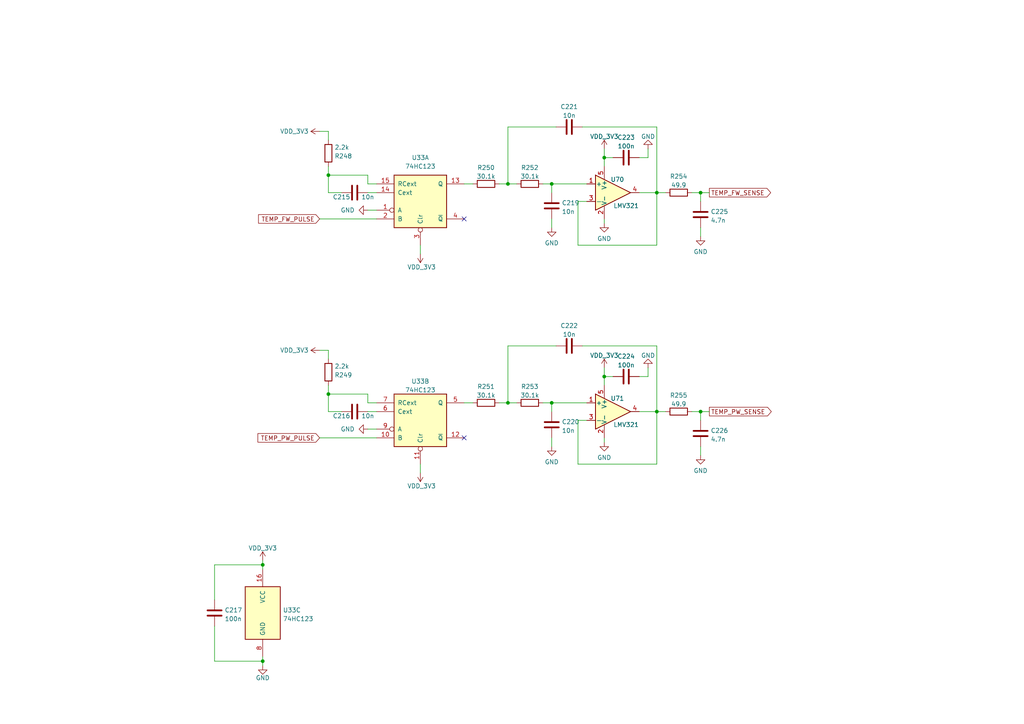
<source format=kicad_sch>
(kicad_sch (version 20231120) (generator "eeschema") (generator_version "8.0")
  (paper "A4")
  (lib_symbols
    (symbol "74xx:74HC123" (pin_names (offset 1.016))
      (property "Reference" "U" (at -7.62 8.89 0))
      (property "Value" "74HC123" (at -7.62 -8.89 0))
      (symbol "74HC123_1_0"
        (pin input inverted (at -12.7 -2.54 0) (length 5.08) (name "A") (number "1"))
        (pin output line (at 12.7 5.08 180) (length 5.08) (name "Q") (number "13"))
        (pin input line (at -12.7 2.54 0) (length 5.08) (name "Cext") (number "14"))
        (pin input line (at -12.7 5.08 0) (length 5.08) (name "RCext") (number "15"))
        (pin input line (at -12.7 -5.08 0) (length 5.08) (name "B") (number "2"))
        (pin input inverted (at 0 -12.7 90) (length 5.08) (name "Clr") (number "3"))
        (pin output line (at 12.7 -5.08 180) (length 5.08) (name "~{Q}") (number "4"))
      )
      (symbol "74HC123_1_1"
        (rectangle (start -7.62 7.62) (end 7.62 -7.62) (stroke (width 0.254)) (fill (type background)))
      )
      (symbol "74HC123_2_0"
        (pin input line (at -12.7 -5.08 0) (length 5.08) (name "B") (number "10"))
        (pin input inverted (at 0 -12.7 90) (length 5.08) (name "Clr") (number "11"))
        (pin output line (at 12.7 -5.08 180) (length 5.08) (name "~{Q}") (number "12"))
        (pin output line (at 12.7 5.08 180) (length 5.08) (name "Q") (number "5"))
        (pin input line (at -12.7 2.54 0) (length 5.08) (name "Cext") (number "6"))
        (pin input line (at -12.7 5.08 0) (length 5.08) (name "RCext") (number "7"))
        (pin input inverted (at -12.7 -2.54 0) (length 5.08) (name "A") (number "9"))
      )
      (symbol "74HC123_2_1"
        (rectangle (start -7.62 7.62) (end 7.62 -7.62) (stroke (width 0.254)) (fill (type background)))
      )
      (symbol "74HC123_3_0"
        (pin power_in line (at 0 12.7 270) (length 5.08) (name "VCC") (number "16"))
        (pin power_in line (at 0 -12.7 90) (length 5.08) (name "GND") (number "8"))
      )
      (symbol "74HC123_3_1"
        (rectangle (start -5.08 7.62) (end 5.08 -7.62) (stroke (width 0.254)) (fill (type background)))
      )
    )
    (symbol "Amplifier_Operational:LMV321" (pin_names (offset 0.127))
      (property "Reference" "U" (at 0 5.08 0))
      (property "Value" "LMV321" (at 0 -5.08 0))
      (symbol "LMV321_0_1"
        (polyline (pts (xy -5.08 5.08) (xy 5.08 0) (xy -5.08 -5.08) (xy -5.08 5.08)) (stroke (width 0.254)) (fill (type background)))
        (pin power_in line (at -2.54 -7.62 90) (length 3.81) (name "V-") (number "2"))
        (pin power_in line (at -2.54 7.62 270) (length 3.81) (name "V+") (number "5"))
      )
      (symbol "LMV321_1_1"
        (pin input line (at -7.62 2.54 0) (length 2.54) (name "+") (number "1"))
        (pin input line (at -7.62 -2.54 0) (length 2.54) (name "-") (number "3"))
        (pin output line (at 7.62 0 180) (length 2.54) (name "~") (number "4"))
      )
    )
    (symbol "Device:C" (pin_numbers hide) (pin_names (offset 0.254))
      (property "Reference" "C" (at 0.635 2.54 0))
      (property "Value" "C" (at 0.635 -2.54 0))
      (symbol "C_0_1"
        (polyline (pts (xy -2.032 -0.762) (xy 2.032 -0.762)) (stroke (width 0.508)))
        (polyline (pts (xy -2.032 0.762) (xy 2.032 0.762)) (stroke (width 0.508)))
      )
      (symbol "C_1_1"
        (pin passive line (at 0 3.81 270) (length 2.794) (name "~") (number "1"))
        (pin passive line (at 0 -3.81 90) (length 2.794) (name "~") (number "2"))
      )
    )
    (symbol "Device:R" (pin_numbers hide) (pin_names (offset 0))
      (property "Reference" "R" (at 2.032 0 90))
      (property "Value" "R" (at 0 0 90))
      (symbol "R_0_1"
        (rectangle (start -1.016 -2.54) (end 1.016 2.54) (stroke (width 0.254)))
      )
      (symbol "R_1_1"
        (pin passive line (at 0 3.81 270) (length 1.27) (name "~") (number "1"))
        (pin passive line (at 0 -3.81 90) (length 1.27) (name "~") (number "2"))
      )
    )
    (symbol "Project_Library:VDD_3V3" (power) (pin_names (offset 0))
      (property "Value" "VDD_3V3" (at 0 3.81 0))
      (symbol "VDD_3V3_0_1"
        (polyline (pts (xy -0.762 1.27) (xy 0 2.54)))
        (polyline (pts (xy 0 0) (xy 0 2.54)))
        (polyline (pts (xy 0 2.54) (xy 0.762 1.27)))
      )
      (symbol "VDD_3V3_1_1"
        (pin power_in line (at 0 0 90) (length 0) hide (name "VDD_3V3") (number "1"))
      )
    )
    (symbol "power:GND" (power) (pin_names (offset 0))
      (property "Value" "GND" (at 0 -3.81 0))
      (symbol "GND_0_1"
        (polyline (pts (xy 0 0) (xy 0 -1.27) (xy 1.27 -1.27) (xy 0 -2.54) (xy -1.27 -1.27) (xy 0 -1.27)))
      )
      (symbol "GND_1_1"
        (pin power_in line (at 0 0 270) (length 0) hide (name "GND") (number "1"))
      )
    )
  )
  (junction (at 175.26 109.22))
  (junction (at 147.32 116.84))
  (junction (at 95.25 114.3))
  (junction (at 76.2 163.83))
  (junction (at 190.5 119.38))
  (junction (at 203.2 55.88))
  (junction (at 190.5 55.88))
  (junction (at 160.02 53.34))
  (junction (at 95.25 50.8))
  (junction (at 175.26 45.72))
  (junction (at 147.32 53.34))
  (junction (at 160.02 116.84))
  (junction (at 203.2 119.38))
  (junction (at 76.2 191.77))
  (no_connect (at 134.62 63.5))
  (no_connect (at 134.62 127))
  (wire (pts (xy 92.71 101.6) (xy 95.25 101.6)))
  (wire (pts (xy 106.68 119.38) (xy 109.22 119.38)))
  (wire (pts (xy 175.26 109.22) (xy 175.26 111.76)))
  (wire (pts (xy 185.42 55.88) (xy 190.5 55.88)))
  (wire (pts (xy 95.25 104.14) (xy 95.25 101.6)))
  (wire (pts (xy 160.02 53.34) (xy 170.18 53.34)))
  (wire (pts (xy 175.26 127) (xy 175.26 128.27)))
  (wire (pts (xy 203.2 66.04) (xy 203.2 68.58)))
  (wire (pts (xy 95.25 119.38) (xy 99.06 119.38)))
  (wire (pts (xy 160.02 116.84) (xy 157.48 116.84)))
  (wire (pts (xy 144.78 53.34) (xy 147.32 53.34)))
  (wire (pts (xy 121.92 137.16) (xy 121.92 134.62)))
  (wire (pts (xy 106.68 116.84) (xy 106.68 114.3)))
  (wire (pts (xy 203.2 119.38) (xy 205.74 119.38)))
  (wire (pts (xy 190.5 134.62) (xy 190.5 119.38)))
  (wire (pts (xy 203.2 55.88) (xy 203.2 58.42)))
  (wire (pts (xy 106.68 50.8) (xy 95.25 50.8)))
  (wire (pts (xy 106.68 114.3) (xy 95.25 114.3)))
  (wire (pts (xy 106.68 53.34) (xy 106.68 50.8)))
  (wire (pts (xy 95.25 114.3) (xy 95.25 111.76)))
  (wire (pts (xy 95.25 114.3) (xy 95.25 119.38)))
  (wire (pts (xy 187.96 43.18) (xy 187.96 45.72)))
  (wire (pts (xy 95.25 50.8) (xy 95.25 55.88)))
  (wire (pts (xy 95.25 40.64) (xy 95.25 38.1)))
  (wire (pts (xy 160.02 116.84) (xy 170.18 116.84)))
  (wire (pts (xy 62.23 173.99) (xy 62.23 163.83)))
  (wire (pts (xy 203.2 129.54) (xy 203.2 132.08)))
  (wire (pts (xy 160.02 55.88) (xy 160.02 53.34)))
  (wire (pts (xy 160.02 63.5) (xy 160.02 66.04)))
  (wire (pts (xy 121.92 73.66) (xy 121.92 71.12)))
  (wire (pts (xy 76.2 162.56) (xy 76.2 163.83)))
  (wire (pts (xy 187.96 106.68) (xy 187.96 109.22)))
  (wire (pts (xy 203.2 55.88) (xy 205.74 55.88)))
  (wire (pts (xy 76.2 193.04) (xy 76.2 191.77)))
  (wire (pts (xy 185.42 109.22) (xy 187.96 109.22)))
  (wire (pts (xy 62.23 163.83) (xy 76.2 163.83)))
  (wire (pts (xy 185.42 45.72) (xy 187.96 45.72)))
  (wire (pts (xy 95.25 50.8) (xy 95.25 48.26)))
  (wire (pts (xy 106.68 60.96) (xy 109.22 60.96)))
  (wire (pts (xy 161.29 100.33) (xy 147.32 100.33)))
  (wire (pts (xy 200.66 55.88) (xy 203.2 55.88)))
  (wire (pts (xy 109.22 116.84) (xy 106.68 116.84)))
  (wire (pts (xy 167.64 58.42) (xy 167.64 71.12)))
  (wire (pts (xy 76.2 191.77) (xy 62.23 191.77)))
  (wire (pts (xy 92.71 127) (xy 109.22 127)))
  (wire (pts (xy 167.64 121.92) (xy 167.64 134.62)))
  (wire (pts (xy 190.5 55.88) (xy 193.04 55.88)))
  (wire (pts (xy 167.64 134.62) (xy 190.5 134.62)))
  (wire (pts (xy 109.22 53.34) (xy 106.68 53.34)))
  (wire (pts (xy 147.32 36.83) (xy 147.32 53.34)))
  (wire (pts (xy 185.42 119.38) (xy 190.5 119.38)))
  (wire (pts (xy 160.02 127) (xy 160.02 129.54)))
  (wire (pts (xy 95.25 55.88) (xy 99.06 55.88)))
  (wire (pts (xy 175.26 45.72) (xy 177.8 45.72)))
  (wire (pts (xy 168.91 36.83) (xy 190.5 36.83)))
  (wire (pts (xy 175.26 45.72) (xy 175.26 48.26)))
  (wire (pts (xy 106.68 55.88) (xy 109.22 55.88)))
  (wire (pts (xy 106.68 124.46) (xy 109.22 124.46)))
  (wire (pts (xy 170.18 121.92) (xy 167.64 121.92)))
  (wire (pts (xy 190.5 119.38) (xy 193.04 119.38)))
  (wire (pts (xy 203.2 119.38) (xy 203.2 121.92)))
  (wire (pts (xy 92.71 63.5) (xy 109.22 63.5)))
  (wire (pts (xy 190.5 71.12) (xy 190.5 55.88)))
  (wire (pts (xy 76.2 191.77) (xy 76.2 190.5)))
  (wire (pts (xy 175.26 106.68) (xy 175.26 109.22)))
  (wire (pts (xy 147.32 100.33) (xy 147.32 116.84)))
  (wire (pts (xy 92.71 38.1) (xy 95.25 38.1)))
  (wire (pts (xy 200.66 119.38) (xy 203.2 119.38)))
  (wire (pts (xy 62.23 191.77) (xy 62.23 181.61)))
  (wire (pts (xy 170.18 58.42) (xy 167.64 58.42)))
  (wire (pts (xy 147.32 53.34) (xy 149.86 53.34)))
  (wire (pts (xy 76.2 163.83) (xy 76.2 165.1)))
  (wire (pts (xy 161.29 36.83) (xy 147.32 36.83)))
  (wire (pts (xy 167.64 71.12) (xy 190.5 71.12)))
  (wire (pts (xy 134.62 116.84) (xy 137.16 116.84)))
  (wire (pts (xy 144.78 116.84) (xy 147.32 116.84)))
  (wire (pts (xy 147.32 116.84) (xy 149.86 116.84)))
  (wire (pts (xy 134.62 53.34) (xy 137.16 53.34)))
  (wire (pts (xy 175.26 109.22) (xy 177.8 109.22)))
  (wire (pts (xy 160.02 119.38) (xy 160.02 116.84)))
  (wire (pts (xy 160.02 53.34) (xy 157.48 53.34)))
  (wire (pts (xy 175.26 63.5) (xy 175.26 64.77)))
  (wire (pts (xy 175.26 43.18) (xy 175.26 45.72)))
  (wire (pts (xy 190.5 100.33) (xy 190.5 119.38)))
  (wire (pts (xy 190.5 36.83) (xy 190.5 55.88)))
  (wire (pts (xy 168.91 100.33) (xy 190.5 100.33)))
  (global_label "TEMP_FW_SENSE" (shape output) (at 205.74 55.88 0) (property "Intersheetrefs" "${INTERSHEET_REFS}" (effects (hide yes))))
  (global_label "TEMP_FW_PULSE" (shape input) (at 92.71 63.5 180) (property "Intersheetrefs" "${INTERSHEET_REFS}" (effects (hide yes))))
  (global_label "TEMP_PW_PULSE" (shape input) (at 92.71 127 180) (property "Intersheetrefs" "${INTERSHEET_REFS}" (effects (hide yes))))
  (global_label "TEMP_PW_SENSE" (shape output) (at 205.74 119.38 0) (property "Intersheetrefs" "${INTERSHEET_REFS}" (effects (hide yes))))
  (symbol (lib_id "Device:C") (at 181.61 109.22 90) (unit 1)
    (property "Reference" "C224" (at 181.61 103.3612 90))
    (property "Value" "100n" (at 181.61 105.8981 90))
    (property "Footprint" "Capacitor_SMD:C_0603_1608Metric" (effects (hide yes)))
  )
  (symbol (lib_id "Device:C") (at 102.87 119.38 90) (mirror x) (unit 1)
    (property "Reference" "C216" (at 99.06 120.65 90))
    (property "Value" "10n" (at 106.68 120.65 90))
    (property "Footprint" "Capacitor_SMD:C_0603_1608Metric" (effects (hide yes)))
  )
  (symbol (lib_id "Device:C") (at 203.2 125.73 0) (unit 1)
    (property "Reference" "C226" (at 206.121 124.8953 0) (effects (justify left)))
    (property "Value" "4.7n" (at 206.121 127.4322 0) (effects (justify left)))
    (property "Footprint" "Capacitor_SMD:C_0603_1608Metric" (effects (hide yes)))
  )
  (symbol (lib_id "Project_Library:VDD_3V3") (at 121.92 137.16 180) (unit 1)
    (property "Reference" "#PWR0204" (effects (hide yes)))
    (property "Value" "VDD_3V3" (at 118.11 140.97 0) (effects (justify right)))
  )
  (symbol (lib_id "Device:C") (at 102.87 55.88 90) (mirror x) (unit 1)
    (property "Reference" "C215" (at 99.06 57.15 90))
    (property "Value" "10n" (at 106.68 57.15 90))
    (property "Footprint" "Capacitor_SMD:C_0603_1608Metric" (effects (hide yes)))
  )
  (symbol (lib_id "power:GND") (at 160.02 66.04 0) (unit 1)
    (property "Reference" "#PWR0422" (effects (hide yes)))
    (property "Value" "GND" (at 160.02 70.4834 0))
  )
  (symbol (lib_id "Device:C") (at 165.1 100.33 90) (unit 1)
    (property "Reference" "C222" (at 165.1 94.4712 90))
    (property "Value" "10n" (at 165.1 97.0081 90))
    (property "Footprint" "Capacitor_SMD:C_0603_1608Metric" (effects (hide yes)))
  )
  (symbol (lib_id "Project_Library:VDD_3V3") (at 175.26 43.18 0) (unit 1)
    (property "Reference" "#PWR0442" (effects (hide yes)))
    (property "Value" "VDD_3V3" (at 175.26 39.6042 0))
  )
  (symbol (lib_id "power:GND") (at 76.2 193.04 0) (unit 1)
    (property "Reference" "#PWR0420" (effects (hide yes)))
    (property "Value" "GND" (at 76.2 196.6158 0))
  )
  (symbol (lib_id "Amplifier_Operational:LMV321") (at 177.8 55.88 0) (unit 1)
    (property "Reference" "U70" (at 179.07 52.07 0))
    (property "Value" "LMV321" (at 181.61 59.69 0))
    (property "Footprint" "Package_TO_SOT_SMD:SOT-23-5" (effects (hide yes)))
    (property "Datasheet" "http://www.ti.com/lit/ds/symlink/lmv324.pdf" (effects (hide yes)))
  )
  (symbol (lib_id "Project_Library:VDD_3V3") (at 76.2 162.56 0) (unit 1)
    (property "Reference" "#PWR0426" (effects (hide yes)))
    (property "Value" "VDD_3V3" (at 76.2 158.9842 0))
  )
  (symbol (lib_id "power:GND") (at 175.26 64.77 0) (unit 1)
    (property "Reference" "#PWR0425" (effects (hide yes)))
    (property "Value" "GND" (at 175.26 69.2134 0))
  )
  (symbol (lib_id "power:GND") (at 203.2 68.58 0) (unit 1)
    (property "Reference" "#PWR0430" (effects (hide yes)))
    (property "Value" "GND" (at 203.2 73.0234 0))
  )
  (symbol (lib_id "Device:R") (at 153.67 116.84 90) (unit 1)
    (property "Reference" "R253" (at 153.67 112.1242 90))
    (property "Value" "30.1k" (at 153.67 114.6611 90))
    (property "Footprint" "Resistor_SMD:R_0603_1608Metric" (effects (hide yes)))
  )
  (symbol (lib_id "power:GND") (at 106.68 124.46 270) (unit 1)
    (property "Reference" "#PWR0415" (effects (hide yes)))
    (property "Value" "GND" (at 102.87 124.46 90) (effects (justify right)))
  )
  (symbol (lib_id "Project_Library:VDD_3V3") (at 92.71 38.1 90) (unit 1)
    (property "Reference" "#PWR0416" (effects (hide yes)))
    (property "Value" "VDD_3V3" (at 89.535 38.1 90) (effects (justify left)))
  )
  (symbol (lib_id "Project_Library:VDD_3V3") (at 121.92 73.66 180) (unit 1)
    (property "Reference" "#PWR0413" (effects (hide yes)))
    (property "Value" "VDD_3V3" (at 118.11 77.47 0) (effects (justify right)))
  )
  (symbol (lib_id "power:GND") (at 187.96 106.68 180) (unit 1)
    (property "Reference" "#PWR0429" (effects (hide yes)))
    (property "Value" "GND" (at 187.96 103.1042 0))
  )
  (symbol (lib_id "Device:C") (at 181.61 45.72 90) (unit 1)
    (property "Reference" "C223" (at 181.61 39.8612 90))
    (property "Value" "100n" (at 181.61 42.3981 90))
    (property "Footprint" "Capacitor_SMD:C_0603_1608Metric" (effects (hide yes)))
  )
  (symbol (lib_id "power:GND") (at 203.2 132.08 0) (unit 1)
    (property "Reference" "#PWR0431" (effects (hide yes)))
    (property "Value" "GND" (at 203.2 136.5234 0))
  )
  (symbol (lib_id "power:GND") (at 106.68 60.96 270) (unit 1)
    (property "Reference" "#PWR0414" (effects (hide yes)))
    (property "Value" "GND" (at 102.87 60.96 90) (effects (justify right)))
  )
  (symbol (lib_id "Project_Library:VDD_3V3") (at 92.71 101.6 90) (unit 1)
    (property "Reference" "#PWR0424" (effects (hide yes)))
    (property "Value" "VDD_3V3" (at 89.535 101.6 90) (effects (justify left)))
  )
  (symbol (lib_id "Device:R") (at 140.97 116.84 90) (unit 1)
    (property "Reference" "R251" (at 140.97 112.1242 90))
    (property "Value" "30.1k" (at 140.97 114.6611 90))
    (property "Footprint" "Resistor_SMD:R_0603_1608Metric" (effects (hide yes)))
  )
  (symbol (lib_id "Device:R") (at 95.25 44.45 0) (mirror x) (unit 1)
    (property "Reference" "R248" (at 97.028 45.2847 0) (effects (justify left)))
    (property "Value" "2.2k" (at 97.028 42.7478 0) (effects (justify left)))
    (property "Footprint" "Resistor_SMD:R_0603_1608Metric" (effects (hide yes)))
  )
  (symbol (lib_id "74xx:74HC123") (at 76.2 177.8 0) (unit 3)
    (property "Reference" "U33" (at 82.042 176.9653 0) (effects (justify left)))
    (property "Value" "74HC123" (at 82.042 179.5022 0) (effects (justify left)))
    (property "Footprint" "Package_SO:SO-16_3.9x9.9mm_P1.27mm" (effects (hide yes)))
    (property "Datasheet" "https://assets.nexperia.com/documents/data-sheet/74HC_HCT123.pdf" (effects (hide yes)))
  )
  (symbol (lib_id "74xx:74HC123") (at 121.92 121.92 0) (unit 2)
    (property "Reference" "U33" (at 121.92 110.6002 0))
    (property "Value" "74HC123" (at 121.92 113.1371 0))
    (property "Footprint" "Package_SO:SO-16_3.9x9.9mm_P1.27mm" (effects (hide yes)))
    (property "Datasheet" "https://assets.nexperia.com/documents/data-sheet/74HC_HCT123.pdf" (effects (hide yes)))
  )
  (symbol (lib_id "Device:C") (at 160.02 123.19 0) (unit 1)
    (property "Reference" "C220" (at 162.941 122.3553 0) (effects (justify left)))
    (property "Value" "10n" (at 162.941 124.8922 0) (effects (justify left)))
    (property "Footprint" "Capacitor_SMD:C_0603_1608Metric" (effects (hide yes)))
  )
  (symbol (lib_id "Device:R") (at 95.25 107.95 0) (mirror x) (unit 1)
    (property "Reference" "R249" (at 97.028 108.7847 0) (effects (justify left)))
    (property "Value" "2.2k" (at 97.028 106.2478 0) (effects (justify left)))
    (property "Footprint" "Resistor_SMD:R_0603_1608Metric" (effects (hide yes)))
  )
  (symbol (lib_id "Device:R") (at 140.97 53.34 90) (unit 1)
    (property "Reference" "R250" (at 140.97 48.6242 90))
    (property "Value" "30.1k" (at 140.97 51.1611 90))
    (property "Footprint" "Resistor_SMD:R_0603_1608Metric" (effects (hide yes)))
  )
  (symbol (lib_id "Device:R") (at 196.85 55.88 90) (unit 1)
    (property "Reference" "R254" (at 196.85 51.1642 90))
    (property "Value" "49.9" (at 196.85 53.7011 90))
    (property "Footprint" "Resistor_SMD:R_0603_1608Metric" (effects (hide yes)))
  )
  (symbol (lib_id "Project_Library:VDD_3V3") (at 175.26 106.68 0) (unit 1)
    (property "Reference" "#PWR0412" (effects (hide yes)))
    (property "Value" "VDD_3V3" (at 175.26 103.1042 0))
  )
  (symbol (lib_id "power:GND") (at 175.26 128.27 0) (unit 1)
    (property "Reference" "#PWR0427" (effects (hide yes)))
    (property "Value" "GND" (at 175.26 132.7134 0))
  )
  (symbol (lib_id "Device:C") (at 160.02 59.69 0) (unit 1)
    (property "Reference" "C219" (at 162.941 58.8553 0) (effects (justify left)))
    (property "Value" "10n" (at 162.941 61.3922 0) (effects (justify left)))
    (property "Footprint" "Capacitor_SMD:C_0603_1608Metric" (effects (hide yes)))
  )
  (symbol (lib_id "power:GND") (at 187.96 43.18 180) (unit 1)
    (property "Reference" "#PWR0428" (effects (hide yes)))
    (property "Value" "GND" (at 187.96 39.6042 0))
  )
  (symbol (lib_id "Device:C") (at 62.23 177.8 180) (unit 1)
    (property "Reference" "C217" (at 65.151 176.9653 0) (effects (justify right)))
    (property "Value" "100n" (at 65.151 179.5022 0) (effects (justify right)))
    (property "Footprint" "Capacitor_SMD:C_0603_1608Metric" (effects (hide yes)))
  )
  (symbol (lib_id "Device:R") (at 196.85 119.38 90) (unit 1)
    (property "Reference" "R255" (at 196.85 114.6642 90))
    (property "Value" "49.9" (at 196.85 117.2011 90))
    (property "Footprint" "Resistor_SMD:R_0603_1608Metric" (effects (hide yes)))
  )
  (symbol (lib_id "Device:C") (at 165.1 36.83 90) (unit 1)
    (property "Reference" "C221" (at 165.1 30.9712 90))
    (property "Value" "10n" (at 165.1 33.5081 90))
    (property "Footprint" "Capacitor_SMD:C_0603_1608Metric" (effects (hide yes)))
  )
  (symbol (lib_id "power:GND") (at 160.02 129.54 0) (unit 1)
    (property "Reference" "#PWR0423" (effects (hide yes)))
    (property "Value" "GND" (at 160.02 133.9834 0))
  )
  (symbol (lib_id "Amplifier_Operational:LMV321") (at 177.8 119.38 0) (unit 1)
    (property "Reference" "U71" (at 179.07 115.57 0))
    (property "Value" "LMV321" (at 181.61 123.19 0))
    (property "Footprint" "Package_TO_SOT_SMD:SOT-23-5" (effects (hide yes)))
    (property "Datasheet" "http://www.ti.com/lit/ds/symlink/lmv324.pdf" (effects (hide yes)))
  )
  (symbol (lib_id "74xx:74HC123") (at 121.92 58.42 0) (unit 1)
    (property "Reference" "U33" (at 121.92 45.72 0))
    (property "Value" "74HC123" (at 121.92 48.26 0))
    (property "Footprint" "Package_SO:SO-16_3.9x9.9mm_P1.27mm" (effects (hide yes)))
    (property "Datasheet" "https://assets.nexperia.com/documents/data-sheet/74HC_HCT123.pdf" (effects (hide yes)))
  )
  (symbol (lib_id "Device:R") (at 153.67 53.34 90) (unit 1)
    (property "Reference" "R252" (at 153.67 48.6242 90))
    (property "Value" "30.1k" (at 153.67 51.1611 90))
    (property "Footprint" "Resistor_SMD:R_0603_1608Metric" (effects (hide yes)))
  )
  (symbol (lib_id "Device:C") (at 203.2 62.23 0) (unit 1)
    (property "Reference" "C225" (at 206.121 61.3953 0) (effects (justify left)))
    (property "Value" "4.7n" (at 206.121 63.9322 0) (effects (justify left)))
    (property "Footprint" "Capacitor_SMD:C_0603_1608Metric" (effects (hide yes)))
  )
)
</source>
